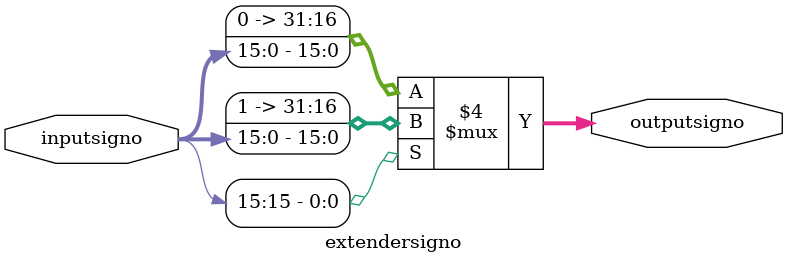
<source format=v>
module extendersigno(
	input[15:0]inputsigno,
	output reg[31:0]outputsigno
);

	always@*
	begin
		if (inputsigno[15]==0)
			begin
            outputsigno = {16'b0000000000000000,inputsigno[15:0]};
			end
		else
			begin
            outputsigno = {16'b1111111111111111,inputsigno[15:0]};
			end
	end
endmodule

</source>
